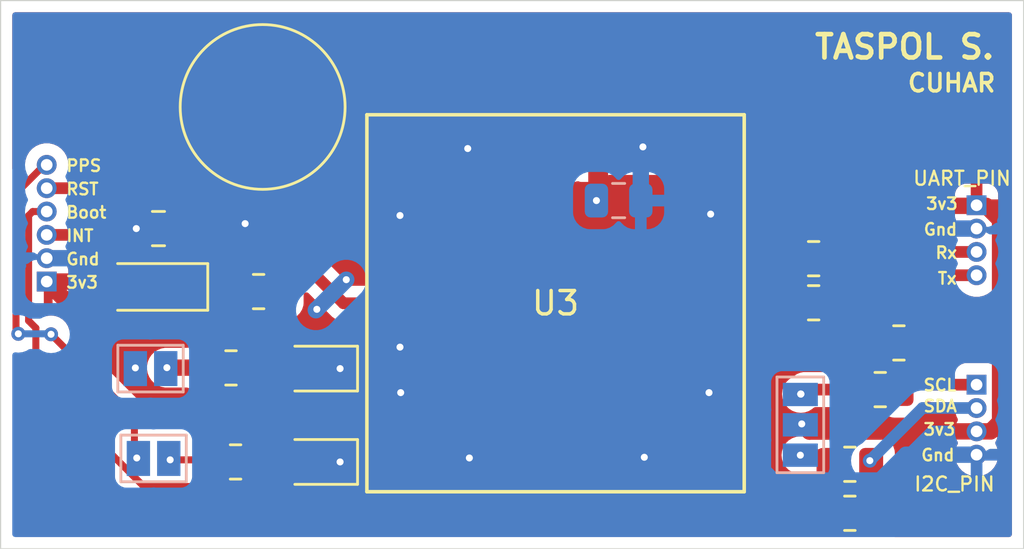
<source format=kicad_pcb>
(kicad_pcb (version 20240108) (generator "pcbnew") (generator_version "8.0")
  (layers (0 "F.Cu" signal) (31 "B.Cu" signal) (34 "B.Paste" user) (35 "F.Paste" user) (36 "B.SilkS" user "B.Silkscreen") (37 "F.SilkS" user "F.Silkscreen") (38 "B.Mask" user) (39 "F.Mask" user) (44 "Edge.Cuts" user))
  (net 0 "")
  (net 1 "Net-(D1-K)")
  (net 2 "3.3V")
  (net 3 "T1")
  (net 4 "Backup")
  (net 5 "T2")
  (net 6 "GND")
  (net 7 "SafeBoot")
  (net 8 "Reset")
  (net 9 "PPS")
  (net 10 "Net-(U3-TXD)")
  (net 11 "Net-(U3-RXD)")
  (net 12 "INT")
  (net 13 "Net-(JP1-A)")
  (net 14 "Net-(D2-A)")
  (net 15 "Net-(JP2-A)")
  (net 16 "Net-(D3-A)")
  (net 17 "SCL")
  (net 18 "SDA")
  (net 19 "Net-(JP3-B)")
  (net 20 "Net-(JP3-A)")
  (net 21 "RX")
  (net 22 "TX")
  (footprint "LED_SMD:LED_0805_2012Metric" (layer "F.Cu") (at 140.8375 72.3 180)
    (property "Reference" "D3" (hide yes))
    (property "Value" "LED" (hide yes))
    (fp_line (start 1 -0.96) (end -1.685 -0.96) (stroke (width 0.12)) (layer "F.SilkS"))
    (fp_line (start -1.685 0.96) (end 1 0.96) (stroke (width 0.12)) (layer "F.SilkS"))
    (fp_line (start -1.685 -0.96) (end -1.685 0.96) (stroke (width 0.12)) (layer "F.SilkS"))
    (pad "1" smd roundrect (at -0.9375 0 180) (size 0.975 1.4) (layers "F.Cu" "F.Paste" "F.Mask") (net 6 "GND"))
    (pad "2" smd roundrect (at 0.9375 0 180) (size 0.975 1.4) (layers "F.Cu" "F.Paste" "F.Mask") (net 16 "Net-(D3-A)"))
  )
  (footprint "LED_SMD:LED_0805_2012Metric" (layer "F.Cu") (at 140.8375 76.3 180)
    (property "Reference" "D2" (hide yes))
    (property "Value" "LED" (hide yes))
    (fp_line (start 1 -0.96) (end -1.685 -0.96) (stroke (width 0.12)) (layer "F.SilkS"))
    (fp_line (start -1.685 0.96) (end 1 0.96) (stroke (width 0.12)) (layer "F.SilkS"))
    (fp_line (start -1.685 -0.96) (end -1.685 0.96) (stroke (width 0.12)) (layer "F.SilkS"))
    (pad "1" smd roundrect (at -0.9375 0 180) (size 0.975 1.4) (layers "F.Cu" "F.Paste" "F.Mask") (net 6 "GND"))
    (pad "2" smd roundrect (at 0.9375 0 180) (size 0.975 1.4) (layers "F.Cu" "F.Paste" "F.Mask") (net 14 "Net-(D2-A)"))
  )
  (footprint "Resistor_SMD:R_0805_2012Metric" (layer "F.Cu") (at 137.105 72.27)
    (property "Reference" "R3" (hide yes))
    (property "Value" "1k" (hide yes))
    (fp_line (start -0.227064 -0.735) (end 0.227064 -0.735) (stroke (width 0.12)) (layer "F.SilkS"))
    (fp_line (start -0.227064 0.735) (end 0.227064 0.735) (stroke (width 0.12)) (layer "F.SilkS"))
    (pad "1" smd roundrect (at -0.9125 0) (size 1.025 1.4) (layers "F.Cu" "F.Paste" "F.Mask") (roundrect_rratio 0.243902) (net 15 "Net-(JP2-A)"))
    (pad "2" smd roundrect (at 0.9125 0) (size 1.025 1.4) (layers "F.Cu" "F.Paste" "F.Mask") (roundrect_rratio 0.243902) (net 16 "Net-(D3-A)"))
  )
  (footprint "Resistor_SMD:R_0805_2012Metric" (layer "F.Cu") (at 162.05 67.59 180)
    (property "Reference" "R8" (hide yes))
    (property "Value" "470" (hide yes))
    (fp_line (start -0.227064 0.735) (end 0.227064 0.735) (stroke (width 0.12)) (layer "F.SilkS"))
    (fp_line (start -0.227064 -0.735) (end 0.227064 -0.735) (stroke (width 0.12)) (layer "F.SilkS"))
    (pad "1" smd roundrect (at -0.9125 0 180) (size 1.025 1.4) (layers "F.Cu" "F.Paste" "F.Mask") (roundrect_rratio 0.243902) (net 21 "RX"))
    (pad "2" smd roundrect (at 0.9125 0 180) (size 1.025 1.4) (layers "F.Cu" "F.Paste" "F.Mask") (roundrect_rratio 0.243902) (net 11 "Net-(U3-RXD)"))
  )
  (footprint "Battery:BatteryHolder_Seiko_MS621F" (layer "F.Cu") (at 138.46 66.088102 -90)
    (property "Reference" "Rechargeable1" (hide yes))
    (property "Value" "3.1V Battery" (hide yes))
    (fp_circle (center -5 0) (end -1.47 0) (stroke (width 0.12)) (fill none) (layer "F.SilkS"))
    (pad "1" smd rect (at 0 -0.75 270) (size 2 0.8) (layers "F.Cu" "F.Paste" "F.Mask") (net 4 "Backup"))
    (pad "2" smd rect (at 0 0.75 270) (size 2 0.8) (layers "F.Cu" "F.Paste" "F.Mask") (net 6 "GND"))
  )
  (footprint "Diode_SMD:D_SOD-123F" (layer "F.Cu") (at 133.9 68.8 180)
    (property "Reference" "D1" (hide yes))
    (property "Value" "0.5A/40V" (hide yes))
    (fp_line (start -2.21 1) (end 1.65 1) (stroke (width 0.12)) (layer "F.SilkS"))
    (fp_line (start -2.21 -1) (end 1.65 -1) (stroke (width 0.12)) (layer "F.SilkS"))
    (fp_line (start -2.21 -1) (end -2.21 1) (stroke (width 0.12)) (layer "F.SilkS"))
    (pad "1" smd roundrect (at -1.4 0 180) (size 1.1 1.1) (layers "F.Cu" "F.Paste" "F.Mask") (roundrect_rratio 0.2272727273) (net 1 "Net-(D1-K)"))
    (pad "2" smd roundrect (at 1.4 0 180) (size 1.1 1.1) (layers "F.Cu" "F.Paste" "F.Mask") (roundrect_rratio 0.2272727273) (net 2 "3.3V"))
  )
  (footprint "Resistor_SMD:R_0805_2012Metric" (layer "F.Cu") (at 138.2875 69)
    (property "Reference" "R1" (hide yes))
    (property "Value" "3.3k" (hide yes))
    (fp_line (start -0.227064 -0.735) (end 0.227064 -0.735) (stroke (width 0.12)) (layer "F.SilkS"))
    (fp_line (start -0.227064 0.735) (end 0.227064 0.735) (stroke (width 0.12)) (layer "F.SilkS"))
    (pad "1" smd roundrect (at -0.9125 0) (size 1.025 1.4) (layers "F.Cu" "F.Paste" "F.Mask") (roundrect_rratio 0.243902) (net 1 "Net-(D1-K)"))
    (pad "2" smd roundrect (at 0.9125 0) (size 1.025 1.4) (layers "F.Cu" "F.Paste" "F.Mask") (roundrect_rratio 0.243902) (net 4 "Backup"))
  )
  (footprint "Resistor_SMD:R_0805_2012Metric" (layer "F.Cu") (at 164.9 73.2)
    (property "Reference" "R7" (hide yes))
    (property "Value" "2.2k" (hide yes))
    (fp_line (start -0.227064 -0.735) (end 0.227064 -0.735) (stroke (width 0.12)) (layer "F.SilkS"))
    (fp_line (start -0.227064 0.735) (end 0.227064 0.735) (stroke (width 0.12)) (layer "F.SilkS"))
    (pad "1" smd roundrect (at -0.9125 0) (size 1.025 1.4) (layers "F.Cu" "F.Paste" "F.Mask") (roundrect_rratio 0.243902) (net 20 "Net-(JP3-A)"))
    (pad "2" smd roundrect (at 0.9125 0) (size 1.025 1.4) (layers "F.Cu" "F.Paste" "F.Mask") (roundrect_rratio 0.243902) (net 17 "SCL"))
  )
  (footprint "SAM-M10Q:SAM-M10Q_UBL" (layer "F.Cu") (at 151 69.5)
    (property "Reference" "U3" (at 0 0 0) (layer "F.SilkS"))
    (property "Value" "SAM-M10Q-00B" (hide yes))
    (fp_line (start -8.0772 -8.0772) (end -8.0772 8.0772) (stroke (width 0.1524)) (layer "F.SilkS"))
    (fp_line (start -8.0772 8.0772) (end 8.0772 8.0772) (stroke (width 0.1524)) (layer "F.SilkS"))
    (fp_line (start 8.0772 -8.0772) (end -8.0772 -8.0772) (stroke (width 0.1524)) (layer "F.SilkS"))
    (fp_line (start 8.0772 8.0772) (end 8.0772 -8.0772) (stroke (width 0.1524)) (layer "F.SilkS"))
    (pad "1" smd rect (at -6.600002 -3.8) (size 1.8034 1.4986) (layers "F.Cu" "F.Paste" "F.Mask") (net 6 "GND"))
    (pad "2" smd rect (at -6.600002 -1.899999) (size 1.8034 1.4986) (layers "F.Cu" "F.Paste" "F.Mask") (net 2 "3.3V"))
    (pad "3" smd rect (at -6.600002 0) (size 1.8034 1.4986) (layers "F.Cu" "F.Paste" "F.Mask") (net 4 "Backup"))
    (pad "4" smd rect (at -6.600002 1.899999) (size 1.8034 1.4986) (layers "F.Cu" "F.Paste" "F.Mask") (net 6 "GND"))
    (pad "5" smd rect (at -6.600002 3.8) (size 1.8034 1.4986) (layers "F.Cu" "F.Paste" "F.Mask") (net 6 "GND"))
    (pad "6" smd rect (at -3.8 6.600002 90) (size 1.8034 1.4986) (layers "F.Cu" "F.Paste" "F.Mask") (net 6 "GND"))
    (pad "7" smd rect (at -1.899999 6.600002 90) (size 1.8034 1.4986) (layers "F.Cu" "F.Paste" "F.Mask") (net 9 "PPS"))
    (pad "8" smd rect (at 0 6.600002 90) (size 1.8034 1.4986) (layers "F.Cu" "F.Paste" "F.Mask") (net 7 "SafeBoot"))
    (pad "9" smd rect (at 1.899999 6.600002 90) (size 1.8034 1.4986) (layers "F.Cu" "F.Paste" "F.Mask") (net 5 "T2"))
    (pad "10" smd rect (at 3.8 6.600002 90) (size 1.8034 1.4986) (layers "F.Cu" "F.Paste" "F.Mask") (net 6 "GND"))
    (pad "11" smd rect (at 6.600002 3.8) (size 1.8034 1.4986) (layers "F.Cu" "F.Paste" "F.Mask") (net 6 "GND"))
    (pad "12" smd rect (at 6.600002 1.899999) (size 1.8034 1.4986) (layers "F.Cu" "F.Paste" "F.Mask") (net 3 "T1"))
    (pad "13" smd rect (at 6.600002 0) (size 1.8034 1.4986) (layers "F.Cu" "F.Paste" "F.Mask") (net 10 "Net-(U3-TXD)"))
    (pad "14" smd rect (at 6.600002 -1.899999) (size 1.8034 1.4986) (layers "F.Cu" "F.Paste" "F.Mask") (net 11 "Net-(U3-RXD)"))
    (pad "15" smd rect (at 6.600002 -3.8) (size 1.8034 1.4986) (layers "F.Cu" "F.Paste" "F.Mask") (net 6 "GND"))
    (pad "16" smd rect (at 3.8 -6.600002 90) (size 1.8034 1.4986) (layers "F.Cu" "F.Paste" "F.Mask") (net 6 "GND"))
    (pad "17" smd rect (at 1.899999 -6.600002 90) (size 1.8034 1.4986) (layers "F.Cu" "F.Paste" "F.Mask") (net 2 "3.3V"))
    (pad "18" smd rect (at 0 -6.600002 90) (size 1.8034 1.4986) (layers "F.Cu" "F.Paste" "F.Mask") (net 8 "Reset"))
    (pad "19" smd rect (at -1.899999 -6.600002 90) (size 1.8034 1.4986) (layers "F.Cu" "F.Paste" "F.Mask") (net 12 "INT"))
    (pad "20" smd rect (at -3.8 -6.600002 90) (size 1.8034 1.4986) (layers "F.Cu" "F.Paste" "F.Mask") (net 6 "GND"))
  )
  (footprint "Resistor_SMD:R_0805_2012Metric" (layer "F.Cu") (at 165.7 71.2 180)
    (property "Reference" "R4" (hide yes))
    (property "Value" "22" (hide yes))
    (fp_line (start -0.227064 0.735) (end 0.227064 0.735) (stroke (width 0.12)) (layer "F.SilkS"))
    (fp_line (start -0.227064 -0.735) (end 0.227064 -0.735) (stroke (width 0.12)) (layer "F.SilkS"))
    (pad "1" smd roundrect (at -0.9125 0 180) (size 1.025 1.4) (layers "F.Cu" "F.Paste" "F.Mask") (roundrect_rratio 0.243902) (net 17 "SCL"))
    (pad "2" smd roundrect (at 0.9125 0 180) (size 1.025 1.4) (layers "F.Cu" "F.Paste" "F.Mask") (roundrect_rratio 0.243902) (net 3 "T1"))
  )
  (footprint "Resistor_SMD:R_0805_2012Metric" (layer "F.Cu") (at 162.05 69.48 180)
    (property "Reference" "R9" (hide yes))
    (property "Value" "470")
    (fp_line (start -0.227064 0.735) (end 0.227064 0.735) (stroke (width 0.12)) (layer "F.SilkS"))
    (fp_line (start -0.227064 -0.735) (end 0.227064 -0.735) (stroke (width 0.12)) (layer "F.SilkS"))
    (pad "1" smd roundrect (at -0.9125 0 180) (size 1.025 1.4) (layers "F.Cu" "F.Paste" "F.Mask") (roundrect_rratio 0.243902) (net 22 "TX"))
    (pad "2" smd roundrect (at 0.9125 0 180) (size 1.025 1.4) (layers "F.Cu" "F.Paste" "F.Mask") (roundrect_rratio 0.243902) (net 10 "Net-(U3-TXD)"))
  )
  (footprint "Capacitor_SMD:C_0805_2012Metric" (layer "F.Cu") (at 134 66.3 180)
    (property "Reference" "C1" (hide yes))
    (property "Value" "1.0 µF" (hide yes))
    (fp_line (start -0.261252 0.735) (end 0.261252 0.735) (stroke (width 0.12)) (layer "F.SilkS"))
    (fp_line (start -0.261252 -0.735) (end 0.261252 -0.735) (stroke (width 0.12)) (layer "F.SilkS"))
    (pad "1" smd roundrect (at -0.95 0 180) (size 1 1.45) (layers "F.Cu" "F.Paste" "F.Mask") (net 4 "Backup"))
    (pad "2" smd roundrect (at 0.95 0 180) (size 1 1.45) (layers "F.Cu" "F.Paste" "F.Mask") (net 6 "GND"))
  )
  (footprint "Resistor_SMD:R_0805_2012Metric" (layer "F.Cu") (at 163.6 76.4)
    (property "Reference" "R6" (hide yes))
    (property "Value" "2.2k" (hide yes))
    (fp_line (start -0.227064 -0.735) (end 0.227064 -0.735) (stroke (width 0.12)) (layer "F.SilkS"))
    (fp_line (start -0.227064 0.735) (end 0.227064 0.735) (stroke (width 0.12)) (layer "F.SilkS"))
    (pad "1" smd roundrect (at -0.9125 0) (size 1.025 1.4) (layers "F.Cu" "F.Paste" "F.Mask") (roundrect_rratio 0.243902) (net 19 "Net-(JP3-B)"))
    (pad "2" smd roundrect (at 0.9125 0) (size 1.025 1.4) (layers "F.Cu" "F.Paste" "F.Mask") (roundrect_rratio 0.243902) (net 18 "SDA"))
  )
  (footprint "Resistor_SMD:R_0805_2012Metric" (layer "F.Cu") (at 137.3 76.3)
    (property "Reference" "R2" (hide yes))
    (property "Value" "1k" (hide yes))
    (fp_line (start -0.227064 -0.735) (end 0.227064 -0.735) (stroke (width 0.12)) (layer "F.SilkS"))
    (fp_line (start -0.227064 0.735) (end 0.227064 0.735) (stroke (width 0.12)) (layer "F.SilkS"))
    (pad "1" smd roundrect (at -0.9125 0) (size 1.025 1.4) (layers "F.Cu" "F.Paste" "F.Mask") (roundrect_rratio 0.243902) (net 13 "Net-(JP1-A)"))
    (pad "2" smd roundrect (at 0.9125 0) (size 1.025 1.4) (layers "F.Cu" "F.Paste" "F.Mask") (roundrect_rratio 0.243902) (net 14 "Net-(D2-A)"))
  )
  (footprint "Resistor_SMD:R_0805_2012Metric" (layer "F.Cu") (at 163.6 78.5 180)
    (property "Reference" "R5" (hide yes))
    (property "Value" "22" (hide yes))
    (fp_line (start -0.227064 0.735) (end 0.227064 0.735) (stroke (width 0.12)) (layer "F.SilkS"))
    (fp_line (start -0.227064 -0.735) (end 0.227064 -0.735) (stroke (width 0.12)) (layer "F.SilkS"))
    (pad "1" smd roundrect (at -0.9125 0 180) (size 1.025 1.4) (layers "F.Cu" "F.Paste" "F.Mask") (roundrect_rratio 0.243902) (net 18 "SDA"))
    (pad "2" smd roundrect (at 0.9125 0 180) (size 1.025 1.4) (layers "F.Cu" "F.Paste" "F.Mask") (roundrect_rratio 0.243902) (net 5 "T2"))
  )
  (footprint "Jumper:SolderJumper-2_P1.3mm_Open_Pad1.0x1.5mm" (layer "B.Cu") (at 133.66 72.3 180)
    (property "Reference" "JP2" (hide yes))
    (property "Value" "~" (hide yes))
    (fp_line (start 1.4 1) (end -1.4 1) (stroke (width 0.12)) (layer "B.SilkS"))
    (fp_line (start 1.4 -1) (end 1.4 1) (stroke (width 0.12)) (layer "B.SilkS"))
    (fp_line (start -1.4 1) (end -1.4 -1) (stroke (width 0.12)) (layer "B.SilkS"))
    (fp_line (start -1.4 -1) (end 1.4 -1) (stroke (width 0.12)) (layer "B.SilkS"))
    (pad "1" smd rect (at -0.65 0 180) (size 1 1.5) (layers "B.Cu" "B.Mask") (net 15 "Net-(JP2-A)"))
    (pad "2" smd rect (at 0.65 0 180) (size 1 1.5) (layers "B.Cu" "B.Mask") (net 2 "3.3V"))
  )
  (footprint "Jumper:SolderJumper-3_P1.3mm_Open_Pad1.0x1.5mm_NumberLabels" (layer "B.Cu") (at 161.48 74.71 -90)
    (property "Reference" "JP3" (hide yes))
    (property "Value" "SolderJumper_3_Bridged123" (hide yes))
    (fp_line (start -2.05 1) (end -2.05 -1) (stroke (width 0.12)) (layer "B.SilkS"))
    (fp_line (start 2.05 1) (end -2.05 1) (stroke (width 0.12)) (layer "B.SilkS"))
    (fp_line (start -2.05 -1) (end 2.05 -1) (stroke (width 0.12)) (layer "B.SilkS"))
    (fp_line (start 2.05 -1) (end 2.05 1) (stroke (width 0.12)) (layer "B.SilkS"))
    (pad "1" smd rect (at -1.3 0 270) (size 1 1.5) (layers "B.Cu" "B.Mask") (net 20 "Net-(JP3-A)"))
    (pad "2" smd rect (at 0 0 270) (size 1 1.5) (layers "B.Cu" "B.Mask") (net 2 "3.3V"))
    (pad "3" smd rect (at 1.3 0 270) (size 1 1.5) (layers "B.Cu" "B.Mask") (net 19 "Net-(JP3-B)"))
  )
  (footprint "Connector_PinHeader_1.00mm:PinHeader_1x06_P1.00mm_Vertical" (layer "B.Cu") (at 129.215 68.57)
    (property "Reference" "J2" (hide yes))
    (property "Value" "~" (hide yes))
    (pad "1" thru_hole rect (at 0 0) (size 0.85 0.85) (drill 0.5) (layers "*.Cu" "*.Mask") (net 2 "3.3V"))
    (pad "2" thru_hole oval (at 0 -1) (size 0.85 0.85) (drill 0.5) (layers "*.Cu" "*.Mask") (net 6 "GND"))
    (pad "3" thru_hole oval (at 0 -2) (size 0.85 0.85) (drill 0.5) (layers "*.Cu" "*.Mask") (net 12 "INT"))
    (pad "4" thru_hole oval (at 0 -3) (size 0.85 0.85) (drill 0.5) (layers "*.Cu" "*.Mask") (net 7 "SafeBoot"))
    (pad "5" thru_hole oval (at 0 -4) (size 0.85 0.85) (drill 0.5) (layers "*.Cu" "*.Mask") (net 8 "Reset"))
    (pad "6" thru_hole oval (at 0 -5) (size 0.85 0.85) (drill 0.5) (layers "*.Cu" "*.Mask") (net 9 "PPS"))
  )
  (footprint "Connector_PinHeader_1.00mm:PinHeader_1x04_P1.00mm_Vertical" (layer "B.Cu") (at 169.025 65.3 180)
    (property "Reference" "J3" (hide yes))
    (property "Value" "UART_Pin" (hide yes))
    (pad "1" thru_hole rect (at 0 0 180) (size 0.85 0.85) (drill 0.5) (layers "*.Cu" "*.Mask") (net 2 "3.3V"))
    (pad "2" thru_hole oval (at 0 -1 180) (size 0.85 0.85) (drill 0.5) (layers "*.Cu" "*.Mask") (net 6 "GND"))
    (pad "3" thru_hole oval (at 0 -2 180) (size 0.85 0.85) (drill 0.5) (layers "*.Cu" "*.Mask") (net 21 "RX"))
    (pad "4" thru_hole oval (at 0 -3 180) (size 0.85 0.85) (drill 0.5) (layers "*.Cu" "*.Mask") (net 22 "TX"))
  )
  (footprint "Capacitor_SMD:C_0805_2012Metric" (layer "B.Cu") (at 153.7 65.1)
    (property "Reference" "C2" (hide yes))
    (property "Value" "1.0 µF" (hide yes))
    (fp_line (start 0.261252 -0.735) (end -0.261252 -0.735) (stroke (width 0.12)) (layer "B.SilkS"))
    (fp_line (start 0.261252 0.735) (end -0.261252 0.735) (stroke (width 0.12)) (layer "B.SilkS"))
    (pad "1" smd roundrect (at -0.95 0) (size 1 1.45) (layers "B.Cu" "B.Paste" "B.Mask") (net 2 "3.3V"))
    (pad "2" smd roundrect (at 0.95 0) (size 1 1.45) (layers "B.Cu" "B.Paste" "B.Mask") (net 6 "GND"))
  )
  (footprint "Jumper:SolderJumper-2_P1.3mm_Open_Pad1.0x1.5mm" (layer "B.Cu") (at 133.79 76.15 180)
    (property "Reference" "JP1" (hide yes))
    (property "Value" "SolderJumper_2_Bridged" (hide yes))
    (fp_line (start 1.4 1) (end -1.4 1) (stroke (width 0.12)) (layer "B.SilkS"))
    (fp_line (start 1.4 -1) (end 1.4 1) (stroke (width 0.12)) (layer "B.SilkS"))
    (fp_line (start -1.4 1) (end -1.4 -1) (stroke (width 0.12)) (layer "B.SilkS"))
    (fp_line (start -1.4 -1) (end 1.4 -1) (stroke (width 0.12)) (layer "B.SilkS"))
    (pad "1" smd rect (at -0.65 0 180) (size 1 1.5) (layers "B.Cu" "B.Mask") (net 13 "Net-(JP1-A)"))
    (pad "2" smd rect (at 0.65 0 180) (size 1 1.5) (layers "B.Cu" "B.Mask") (net 9 "PPS"))
  )
  (footprint "Connector_PinHeader_1.00mm:PinHeader_1x04_P1.00mm_Vertical" (layer "B.Cu") (at 169.025 72.99 180)
    (property "Reference" "J1" (hide yes))
    (property "Value" "I2c_pin" (hide yes))
    (pad "1" thru_hole rect (at 0 0 180) (size 0.85 0.85) (drill 0.5) (layers "*.Cu" "*.Mask") (net 17 "SCL"))
    (pad "2" thru_hole oval (at 0 -1 180) (size 0.85 0.85) (drill 0.5) (layers "*.Cu" "*.Mask") (net 18 "SDA"))
    (pad "3" thru_hole oval (at 0 -2 180) (size 0.85 0.85) (drill 0.5) (layers "*.Cu" "*.Mask") (net 2 "3.3V"))
    (pad "4" thru_hole oval (at 0 -3 180) (size 0.85 0.85) (drill 0.5) (layers "*.Cu" "*.Mask") (net 6 "GND"))
  )
  (gr_rect (start 127.24 56.53) (end 171.04 80.02) (stroke (width 0.05)) (fill none) (layer "Edge.Cuts"))
  (gr_text "PPS" (at 130 63.9 0) (layer "F.SilkS") (effects (font (size 0.5 0.5) (thickness 0.1)) (justify left bottom)))
  (gr_text "Rx" (at 167.21 67.63 0) (layer "F.SilkS") (effects (font (size 0.5 0.5) (thickness 0.1)) (justify left bottom)))
  (gr_text "Tx" (at 167.31 68.73 0) (layer "F.SilkS") (effects (font (size 0.5 0.5) (thickness 0.1)) (justify left bottom)))
  (gr_text "Gnd" (at 166.71 66.63 0) (layer "F.SilkS") (effects (font (size 0.5 0.5) (thickness 0.1)) (justify left bottom)))
  (gr_text "I2C_PIN" (at 166.3 77.6 0) (layer "F.SilkS") (effects (font (size 0.6 0.6) (thickness 0.1)) (justify left bottom)))
  (gr_text "RST" (at 130 64.9 0) (layer "F.SilkS") (effects (font (size 0.5 0.5) (thickness 0.1)) (justify left bottom)))
  (gr_text "SCL" (at 166.7 73.3 0) (layer "F.SilkS") (effects (font (size 0.5 0.5) (thickness 0.1)) (justify left bottom)))
  (gr_text "CUHAR" (at 166 60.5 0) (layer "F.SilkS") (effects (font (size 0.75 0.75)) (justify left bottom)))
  (gr_text "3v3" (at 166.81 65.53 0) (layer "F.SilkS") (effects (font (size 0.5 0.5) (thickness 0.1)) (justify left bottom)))
  (gr_text "3v3" (at 130 68.9 0) (layer "F.SilkS") (effects (font (size 0.5 0.5) (thickness 0.1)) (justify left bottom)))
  (gr_text "INT" (at 130 66.9 0) (layer "F.SilkS") (effects (font (size 0.5 0.5) (thickness 0.1)) (justify left bottom)))
  (gr_text "Gnd" (at 130 67.9 0) (layer "F.SilkS") (effects (font (size 0.5 0.5) (thickness 0.1)) (justify left bottom)))
  (gr_text "3v3" (at 166.7 75.2 0) (layer "F.SilkS") (effects (font (size 0.5 0.5) (thickness 0.1)) (justify left bottom)))
  (gr_text "SDA" (at 166.7 74.2 0) (layer "F.SilkS") (effects (font (size 0.5 0.5) (thickness 0.1)) (justify left bottom)))
  (gr_text "Gnd" (at 166.6 76.3 0) (layer "F.SilkS") (effects (font (size 0.5 0.5) (thickness 0.1)) (justify left bottom)))
  (gr_text "TASPOL S." (at 162 59.1 0) (layer "F.SilkS") (effects (font (size 1 1) (thickness 0.2) (bold yes)) (justify left bottom)))
  (gr_text "Boot" (at 130 65.9 0) (layer "F.SilkS") (effects (font (size 0.5 0.5) (thickness 0.1)) (justify left bottom)))
  (gr_text "UART_PIN" (at 166.25 64.5 0) (layer "F.SilkS") (effects (font (size 0.6 0.6) (thickness 0.1)) (justify left bottom)))
  (segment (start 137.175 68.8) (end 137.375 69) (width 0.7) (layer "F.Cu") (net 1))
  (segment (start 135.3 68.8) (end 137.175 68.8) (width 0.7) (layer "F.Cu") (net 1))
  (segment (start 132.27 68.57) (end 132.5 68.8) (width 0.7) (layer "F.Cu") (net 2))
  (segment (start 129.215 68.57) (end 132.27 68.57) (width 0.7) (layer "F.Cu") (net 2))
  (segment (start 152.899999 62.899998) (end 152.899999 64.501698) (width 0.7) (layer "F.Cu") (net 2))
  (segment (start 144.399998 67.600001) (end 142.929999 67.600001) (width 0.7) (layer "F.Cu") (net 2))
  (segment (start 152.75 64.953396) (end 153.351698 64.351698) (width 0.7) (layer "F.Cu") (net 2))
  (segment (start 152.899999 64.501698) (end 149.801696 67.600001) (width 0.7) (layer "F.Cu") (net 2))
  (segment (start 129.245 68.6) (end 129.215 68.57) (width 0.7) (layer "F.Cu") (net 2))
  (segment (start 149.801696 67.600001) (end 144.399998 67.600001) (width 0.7) (layer "F.Cu") (net 2))
  (segment (start 142.929999 67.600001) (end 142.04 68.49) (width 0.7) (layer "F.Cu") (net 2))
  (segment (start 152.5 62.499999) (end 152.899999 62.899998) (width 0.7) (layer "F.Cu") (net 2))
  (segment (start 169.62604 74.99) (end 169.025 74.99) (width 0.7) (layer "F.Cu") (net 2))
  (segment (start 164.101698 64.351698) (end 165.075 65.325) (width 0.7) (layer "F.Cu") (net 2))
  (segment (start 165.075 65.325) (end 169.428859 65.325) (width 0.7) (layer "F.Cu") (net 2))
  (segment (start 153.351698 64.351698) (end 164.101698 64.351698) (width 0.7) (layer "F.Cu") (net 2))
  (segment (start 169.428859 65.325) (end 170.03 65.926141) (width 0.7) (layer "F.Cu") (net 2))
  (segment (start 140.78 69.76) (end 140.04 70.5) (width 0.7) (layer "F.Cu") (net 2))
  (segment (start 140.04 70.5) (end 134.14 70.5) (width 0.7) (layer "F.Cu") (net 2))
  (segment (start 152.75 65.1) (end 152.75 63.049997) (width 0.7) (layer "F.Cu") (net 2))
  (segment (start 152.75 65.1) (end 152.75 64.953396) (width 0.7) (layer "F.Cu") (net 2))
  (segment (start 133.01 72.27) (end 132.915 72.27) (width 0.7) (layer "F.Cu") (net 2))
  (segment (start 170.03 65.926141) (end 170.03 74.58604) (width 0.7) (layer "F.Cu") (net 2))
  (segment (start 132.915 72.27) (end 129.215 68.57) (width 0.7) (layer "F.Cu") (net 2))
  (segment (start 166.388859 74.99) (end 169.025 74.99) (width 0.7) (layer "F.Cu") (net 2))
  (segment (start 161.87 75) (end 166.378859 75) (width 0.7) (layer "F.Cu") (net 2))
  (segment (start 170.03 74.58604) (end 169.62604 74.99) (width 0.7) (layer "F.Cu") (net 2))
  (segment (start 161.54 74.67) (end 161.87 75) (width 0.7) (layer "F.Cu") (net 2))
  (segment (start 134.14 70.5) (end 134.14 70.44) (width 0.7) (layer "F.Cu") (net 2))
  (segment (start 166.378859 75) (end 166.388859 74.99) (width 0.7) (layer "F.Cu") (net 2))
  (segment (start 134.14 70.44) (end 132.5 68.8) (width 0.7) (layer "F.Cu") (net 2))
  (segment (start 152.75 63.049997) (end 152.899999 62.899998) (width 0.7) (layer "F.Cu") (net 2))
  (segment (start 142.04 68.49) (end 142.11 68.42) (width 0.7) (layer "F.Cu") (net 2))
  (via (at 140.78 69.76) (size 0.6) (drill 0.3) (layers "F.Cu" "B.Cu") (net 2))
  (via (at 142.04 68.49) (size 0.6) (drill 0.3) (layers "F.Cu" "B.Cu") (net 2))
  (via (at 152.75 65.1) (size 0.6) (drill 0.3) (layers "F.Cu" "B.Cu") (net 2))
  (via (at 133.01 72.27) (size 0.6) (drill 0.3) (layers "F.Cu" "B.Cu") (net 2))
  (via (at 161.54 74.67) (size 0.6) (drill 0.3) (layers "F.Cu" "B.Cu") (net 2))
  (segment (start 140.78 69.76) (end 140.77 69.76) (width 0.7) (layer "B.Cu") (net 2))
  (segment (start 140.78 69.75) (end 140.78 69.76) (width 0.7) (layer "B.Cu") (net 2))
  (segment (start 140.77 69.76) (end 140.74 69.79) (width 0.7) (layer "B.Cu") (net 2))
  (segment (start 142.04 68.49) (end 140.78 69.75) (width 0.7) (layer "B.Cu") (net 2))
  (segment (start 140.74 69.79) (end 140.74 69.8) (width 0.7) (layer "B.Cu") (net 2))
  (segment (start 157.620003 71.42) (end 157.600002 71.399999) (width 0.3) (layer "F.Cu") (net 3))
  (segment (start 157.800001 71.2) (end 157.600002 71.399999) (width 0.5) (layer "F.Cu") (net 3))
  (segment (start 164.7875 71.2) (end 157.800001 71.2) (width 0.5) (layer "F.Cu") (net 3))
  (segment (start 157.700001 71.3) (end 157.600002 71.399999) (width 0.3) (layer "F.Cu") (net 3))
  (segment (start 138.461898 67.538102) (end 139.2 68.276204) (width 0.5) (layer "F.Cu") (net 4))
  (segment (start 141.91863 69.5) (end 144.399998 69.5) (width 0.5) (layer "F.Cu") (net 4))
  (segment (start 138.461898 67.538102) (end 139.21 66.79) (width 0.5) (layer "F.Cu") (net 4))
  (segment (start 139.956732 67.538102) (end 141.91863 69.5) (width 0.5) (layer "F.Cu") (net 4))
  (segment (start 138.461898 67.538102) (end 139.956732 67.538102) (width 0.5) (layer "F.Cu") (net 4))
  (segment (start 139.2 68.276204) (end 139.2 69) (width 0.5) (layer "F.Cu") (net 4))
  (segment (start 134.95 66.3) (end 136.188102 67.538102) (width 0.5) (layer "F.Cu") (net 4))
  (segment (start 136.188102 67.538102) (end 138.461898 67.538102) (width 0.5) (layer "F.Cu") (net 4))
  (segment (start 139.21 66.79) (end 139.21 66.088102) (width 0.5) (layer "F.Cu") (net 4))
  (segment (start 162.6875 78.5) (end 153.898297 78.5) (width 0.5) (layer "F.Cu") (net 5))
  (segment (start 152.899999 77.501702) (end 152.899999 76.100002) (width 0.5) (layer "F.Cu") (net 5))
  (segment (start 153.898297 78.5) (end 152.899999 77.501702) (width 0.5) (layer "F.Cu") (net 5))
  (segment (start 152.899999 76.100002) (end 152.899999 75.340001) (width 0.3) (layer "F.Cu") (net 5))
  (segment (start 157.64 65.68) (end 157.62 65.7) (width 0.7) (layer "F.Cu") (net 6))
  (segment (start 157.62 65.7) (end 157.600002 65.7) (width 0.7) (layer "F.Cu") (net 6))
  (segment (start 154.8 62.74) (end 154.74 62.8) (width 0.7) (layer "F.Cu") (net 6))
  (segment (start 157.66 65.7) (end 157.64 65.68) (width 0.7) (layer "F.Cu") (net 6))
  (segment (start 154.74 62.8) (end 154.8 62.86) (width 0.7) (layer "F.Cu") (net 6))
  (segment (start 154.8 62.86) (end 154.8 62.899998) (width 0.7) (layer "F.Cu") (net 6))
  (via (at 157.64 65.68) (size 0.6) (drill 0.3) (layers "F.Cu" "B.Cu") (net 6))
  (via (at 137.71 66.088102) (size 0.6) (drill 0.3) (layers "F.Cu" "B.Cu") (net 6))
  (via (at 147.31 76.13) (size 0.6) (drill 0.3) (layers "F.Cu" "B.Cu") (net 6))
  (via (at 157.57 73.33) (size 0.6) (drill 0.3) (layers "F.Cu" "B.Cu") (net 6))
  (via (at 141.775 72.3) (size 0.6) (drill 0.3) (layers "F.Cu" "B.Cu") (net 6))
  (via (at 154.8 76.1) (size 0.6) (drill 0.3) (layers "F.Cu" "B.Cu") (net 6))
  (via (at 154.74 62.8) (size 0.6) (drill 0.3) (layers "F.Cu" "B.Cu") (net 6))
  (via (at 144.37 73.33) (size 0.6) (drill 0.3) (layers "F.Cu" "B.Cu") (net 6))
  (via (at 144.34 65.74) (size 0.6) (drill 0.3) (layers "F.Cu" "B.Cu") (net 6))
  (via (at 144.34 71.38) (size 0.6) (drill 0.3) (layers "F.Cu" "B.Cu") (net 6))
  (via (at 147.24 62.87) (size 0.6) (drill 0.3) (layers "F.Cu" "B.Cu") (net 6))
  (via (at 141.775 76.3) (size 0.6) (drill 0.3) (layers "F.Cu" "B.Cu") (net 6))
  (via (at 133.05 66.3) (size 0.6) (drill 0.3) (layers "F.Cu" "B.Cu") (net 6))
  (segment (start 154.74 62.8) (end 147.31 62.8) (width 0.7) (layer "B.Cu") (net 6))
  (segment (start 166.01 75.99) (end 169.025 75.99) (width 0.7) (layer "B.Cu") (net 6))
  (segment (start 164.905116 77.094884) (end 166.01 75.99) (width 0.7) (layer "B.Cu") (net 6))
  (segment (start 164.425 66.3) (end 169.025 66.3) (width 0.7) (layer "B.Cu") (net 6))
  (segment (start 154.77 76.13) (end 154.8 76.1) (width 0.7) (layer "B.Cu") (net 6))
  (segment (start 154.75 64.9) (end 154.75 65) (width 0.7) (layer "B.Cu") (net 6))
  (segment (start 133.261898 66.088102) (end 137.71 66.088102) (width 0.7) (layer "B.Cu") (net 6))
  (segment (start 154.65 62.89) (end 154.74 62.8) (width 0.7) (layer "B.Cu") (net 6))
  (segment (start 141.775 76.3) (end 147.14 76.3) (width 0.7) (layer "B.Cu") (net 6))
  (segment (start 144.37 65.74) (end 147.31 62.8) (width 0.7) (layer "B.Cu") (net 6))
  (segment (start 154.74 62.8) (end 154.76 62.8) (width 0.7) (layer "B.Cu") (net 6))
  (segment (start 157.64 65.68) (end 163.805 65.68) (width 0.7) (layer "B.Cu") (net 6))
  (segment (start 144.51 73.33) (end 147.31 76.13) (width 0.7) (layer "B.Cu") (net 6))
  (segment (start 157.57 74.37) (end 160.294884 77.094884) (width 0.7) (layer "B.Cu") (net 6))
  (segment (start 144.29 71.43) (end 144.34 71.38) (width 0.3) (layer "B.Cu") (net 6))
  (segment (start 154.76 62.8) (end 157.64 65.68) (width 0.7) (layer "B.Cu") (net 6))
  (segment (start 144.34 71.38) (end 144.34 73.3) (width 0.7) (layer "B.Cu") (net 6))
  (segment (start 131.78 67.57) (end 129.215 67.57) (width 0.7) (layer "B.Cu") (net 6))
  (segment (start 156.53 74.37) (end 157.57 74.37) (width 0.7) (layer "B.Cu") (net 6))
  (segment (start 144.34 65.74) (end 144.34 71.38) (width 0.7) (layer "B.Cu") (net 6))
  (segment (start 138.058102 65.74) (end 137.71 66.088102) (width 0.7) (layer "B.Cu") (net 6))
  (segment (start 141.775 72.3) (end 142.775 73.3) (width 0.7) (layer "B.Cu") (net 6))
  (segment (start 147.31 62.8) (end 147.24 62.87) (width 0.7) (layer "B.Cu") (net 6))
  (segment (start 147.31 76.13) (end 154.77 76.13) (width 0.7) (layer "B.Cu") (net 6))
  (segment (start 144.37 73.33) (end 144.51 73.33) (width 0.7) (layer "B.Cu") (net 6))
  (segment (start 157.57 73.33) (end 157.57 74.37) (width 0.7) (layer "B.Cu") (net 6))
  (segment (start 144.34 65.74) (end 138.058102 65.74) (width 0.7) (layer "B.Cu") (net 6))
  (segment (start 154.75 65) (end 154.65 65.1) (width 0.7) (layer "B.Cu") (net 6))
  (segment (start 142.775 73.3) (end 144.34 73.3) (width 0.7) (layer "B.Cu") (net 6))
  (segment (start 163.805 65.68) (end 164.425 66.3) (width 0.7) (layer "B.Cu") (net 6))
  (segment (start 154.8 76.1) (end 156.53 74.37) (width 0.7) (layer "B.Cu") (net 6))
  (segment (start 133.05 66.3) (end 131.78 67.57) (width 0.7) (layer "B.Cu") (net 6))
  (segment (start 133.05 66.3) (end 133.261898 66.088102) (width 0.7) (layer "B.Cu") (net 6))
  (segment (start 154.65 65.1) (end 154.65 62.89) (width 0.7) (layer "B.Cu") (net 6))
  (segment (start 144.34 73.3) (end 144.37 73.33) (width 0.7) (layer "B.Cu") (net 6))
  (segment (start 160.294884 77.094884) (end 164.905116 77.094884) (width 0.7) (layer "B.Cu") (net 6))
  (segment (start 144.34 65.74) (end 144.37 65.74) (width 0.7) (layer "B.Cu") (net 6))
  (segment (start 147.14 76.3) (end 147.31 76.13) (width 0.7) (layer "B.Cu") (net 6))
  (segment (start 128.61396 65.57) (end 128.44 65.74396) (width 0.3) (layer "F.Cu") (net 7))
  (segment (start 133.372463 77.351702) (end 150.95 77.351702) (width 0.3) (layer "F.Cu") (net 7))
  (segment (start 128.44 65.74396) (end 128.44 70.250761) (width 0.3) (layer "F.Cu") (net 7))
  (segment (start 150.95 77.351702) (end 151 77.301702) (width 0.3) (layer "F.Cu") (net 7))
  (segment (start 151 77.301702) (end 151 76.100002) (width 0.3) (layer "F.Cu") (net 7))
  (segment (start 128.44 70.250761) (end 128.75 70.560761) (width 0.3) (layer "F.Cu") (net 7))
  (segment (start 128.75 72.729239) (end 133.372463 77.351702) (width 0.3) (layer "F.Cu") (net 7))
  (segment (start 128.75 70.560761) (end 128.75 72.729239) (width 0.3) (layer "F.Cu") (net 7))
  (segment (start 151 76.751003) (end 151 76.100002) (width 0.5) (layer "F.Cu") (net 7))
  (segment (start 129.215 65.57) (end 128.61396 65.57) (width 0.3) (layer "F.Cu") (net 7))
  (segment (start 134.051702 61.548298) (end 150.748298 61.548298) (width 0.5) (layer "F.Cu") (net 8))
  (segment (start 151 61.8) (end 151 62.899998) (width 0.5) (layer "F.Cu") (net 8))
  (segment (start 131.03 64.57) (end 134.051702 61.548298) (width 0.5) (layer "F.Cu") (net 8))
  (segment (start 150.748298 61.548298) (end 151 61.8) (width 0.5) (layer "F.Cu") (net 8))
  (segment (start 151 62.448997) (end 151 62.899998) (width 0.3) (layer "F.Cu") (net 8))
  (segment (start 129.215 64.57) (end 131.03 64.57) (width 0.5) (layer "F.Cu") (net 8))
  (segment (start 132.9693 74.3993) (end 148.600999 74.3993) (width 0.3) (layer "F.Cu") (net 9))
  (segment (start 149.100001 74.898302) (end 149.100001 76.100002) (width 0.3) (layer "F.Cu") (net 9))
  (segment (start 132.9693 74.3993) (end 132.9693 76.0293) (width 0.3) (layer "F.Cu") (net 9))
  (segment (start 132.9693 76.0293) (end 133.07 76.13) (width 0.3) (layer "F.Cu") (net 9))
  (segment (start 129.4 70.83) (end 132.9693 74.3993) (width 0.3) (layer "F.Cu") (net 9))
  (segment (start 127.9 64.788984) (end 129.118984 63.57) (width 0.3) (layer "F.Cu") (net 9))
  (segment (start 148.600999 74.3993) (end 149.100001 74.898302) (width 0.3) (layer "F.Cu") (net 9))
  (segment (start 128 70.81) (end 127.9 70.71) (width 0.3) (layer "F.Cu") (net 9))
  (segment (start 127.9 70.71) (end 127.9 64.788984) (width 0.3) (layer "F.Cu") (net 9))
  (segment (start 129.118984 63.57) (end 129.215 63.57) (width 0.3) (layer "F.Cu") (net 9))
  (via (at 133.07 76.13) (size 0.6) (drill 0.3) (layers "F.Cu" "B.Cu") (net 9))
  (via (at 128 70.81) (size 0.6) (drill 0.3) (layers "F.Cu" "B.Cu") (net 9))
  (via (at 129.4 70.83) (size 0.6) (drill 0.3) (layers "F.Cu" "B.Cu") (net 9))
  (segment (start 129.4 70.83) (end 129.42 70.81) (width 0.3) (layer "B.Cu") (net 9))
  (segment (start 129.42 70.81) (end 129.51 70.81) (width 0.3) (layer "B.Cu") (net 9))
  (segment (start 128 70.81) (end 129.38 70.81) (width 0.3) (layer "B.Cu") (net 9))
  (segment (start 129.38 70.81) (end 129.4 70.83) (width 0.3) (layer "B.Cu") (net 9))
  (segment (start 161.1375 69.48) (end 157.620002 69.48) (width 0.5) (layer "F.Cu") (net 10))
  (segment (start 157.620002 69.48) (end 157.600002 69.5) (width 0.5) (layer "F.Cu") (net 10))
  (segment (start 157.610003 67.59) (end 157.600002 67.600001) (width 0.5) (layer "F.Cu") (net 11))
  (segment (start 161.1375 67.59) (end 157.610003 67.59) (width 0.5) (layer "F.Cu") (net 11))
  (segment (start 148.250998 64.4) (end 149.100001 63.550997) (width 0.5) (layer "F.Cu") (net 12))
  (segment (start 130.321421 66.57) (end 132.491421 64.4) (width 0.5) (layer "F.Cu") (net 12))
  (segment (start 129.215 66.57) (end 130.321421 66.57) (width 0.5) (layer "F.Cu") (net 12))
  (segment (start 149.100001 63.350997) (end 149.100001 62.899998) (width 0.3) (layer "F.Cu") (net 12))
  (segment (start 132.491421 64.4) (end 148.250998 64.4) (width 0.5) (layer "F.Cu") (net 12))
  (segment (start 149.100001 63.550997) (end 149.100001 62.899998) (width 0.5) (layer "F.Cu") (net 12))
  (segment (start 134.5 76.21) (end 136.2975 76.21) (width 0.3) (layer "F.Cu") (net 13))
  (segment (start 134.62 76.33) (end 134.5 76.21) (width 0.3) (layer "F.Cu") (net 13))
  (segment (start 136.2975 76.21) (end 136.3875 76.3) (width 0.3) (layer "F.Cu") (net 13))
  (via (at 134.5 76.21) (size 0.6) (drill 0.3) (layers "F.Cu" "B.Cu") (net 13))
  (segment (start 138.2125 76.3) (end 139.9 76.3) (width 0.3) (layer "F.Cu") (net 14))
  (segment (start 136.1825 72.26) (end 136.1925 72.27) (width 0.7) (layer "F.Cu") (net 15))
  (segment (start 134.36 72.26) (end 136.1825 72.26) (width 0.7) (layer "F.Cu") (net 15))
  (via (at 134.36 72.26) (size 0.6) (drill 0.3) (layers "F.Cu" "B.Cu") (net 15))
  (segment (start 138.0175 72.27) (end 139.87 72.27) (width 0.7) (layer "F.Cu") (net 16))
  (segment (start 139.87 72.27) (end 139.9 72.3) (width 0.7) (layer "F.Cu") (net 16))
  (segment (start 166.60625 72.40625) (end 165.8125 73.2) (width 0.5) (layer "F.Cu") (net 17))
  (segment (start 166.60625 72.40625) (end 167.19 72.99) (width 0.5) (layer "F.Cu") (net 17))
  (segment (start 165.8125 73.2) (end 165.8125 73.1875) (width 0.3) (layer "F.Cu") (net 17))
  (segment (start 167.19 72.99) (end 169.025 72.99) (width 0.5) (layer "F.Cu") (net 17))
  (segment (start 166.6125 72.4) (end 166.60625 72.40625) (width 0.5) (layer "F.Cu") (net 17))
  (segment (start 166.6125 71.2) (end 166.6125 72.4) (width 0.5) (layer "F.Cu") (net 17))
  (segment (start 164.455209 76.244884) (end 164.455209 78.442709) (width 0.5) (layer "F.Cu") (net 18))
  (segment (start 164.455209 78.442709) (end 164.5125 78.5) (width 0.5) (layer "F.Cu") (net 18))
  (via (at 164.455209 76.244884) (size 0.6) (drill 0.3) (layers "F.Cu" "B.Cu") (net 18))
  (segment (start 164.455209 76.244884) (end 166.710093 73.99) (width 0.5) (layer "B.Cu") (net 18))
  (segment (start 166.710093 73.99) (end 169.025 73.99) (width 0.5) (layer "B.Cu") (net 18))
  (segment (start 161.48 76.01) (end 162.2975 76.01) (width 0.5) (layer "F.Cu") (net 19))
  (segment (start 162.2975 76.01) (end 162.6875 76.4) (width 0.5) (layer "F.Cu") (net 19))
  (via (at 161.48 76.01) (size 0.6) (drill 0.3) (layers "F.Cu" "B.Cu") (net 19))
  (segment (start 161.69 73.2) (end 161.5 73.39) (width 0.5) (layer "F.Cu") (net 20))
  (segment (start 163.9875 73.2) (end 161.69 73.2) (width 0.5) (layer "F.Cu") (net 20))
  (via (at 161.5 73.39) (size 0.6) (drill 0.3) (layers "F.Cu" "B.Cu") (net 20))
  (via (at 161.5 73.39) (size 0.6) (drill 0.3) (layers "F.Cu" "B.Cu") (net 20))
  (via (at 161.5 73.39) (size 0.6) (drill 0.3) (layers "F.Cu" "B.Cu") (net 20))
  (via (at 161.5 73.39) (size 0.6) (drill 0.3) (layers "F.Cu" "B.Cu") (net 20))
  (segment (start 164.5 67.3) (end 169.025 67.3) (width 0.5) (layer "F.Cu") (net 21))
  (segment (start 162.9625 67.59) (end 164.21 67.59) (width 0.5) (layer "F.Cu") (net 21))
  (segment (start 164.21 67.59) (end 164.5 67.3) (width 0.5) (layer "F.Cu") (net 21))
  (segment (start 164.9 68.3) (end 169.025 68.3) (width 0.5) (layer "F.Cu") (net 22))
  (segment (start 162.9625 69.48) (end 163.72 69.48) (width 0.5) (layer "F.Cu") (net 22))
  (segment (start 163.72 69.48) (end 164.9 68.3) (width 0.5) (layer "F.Cu") (net 22))
  (zone (net 2) (net_name "3.3V") (layer "F.Cu") (connect_pads (clearance 0.5)) (min_thickness 0.25) (fill yes (thermal_gap 0.5) (thermal_bridge_width 0.5))
    (polygon (pts (xy 127.3 56.6) (xy 170.95 56.6) (xy 170.95 79.9) (xy 127.3 79.95)))
  )
  (zone (net 6) (net_name "GND") (layer "B.Cu") (priority 1) (connect_pads (clearance 0.5)) (min_thickness 0.25) (fill yes (thermal_gap 0.5) (thermal_bridge_width 0.5))
    (polygon (pts (xy 127.3 56.6) (xy 170.95 56.6) (xy 170.95 79.9) (xy 127.3 79.95)))
  )
)
</source>
